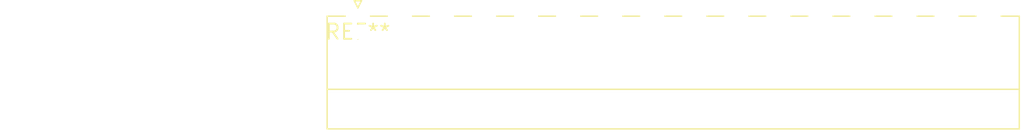
<source format=kicad_pcb>
(kicad_pcb (version 20240108) (generator pcbnew)
  (layers (0 "F.Cu" signal) (31 "B.Cu" signal) (34 "B.Paste" user) (35 "F.Paste" user) (36 "B.SilkS" user "B.Silkscreen") (37 "F.SilkS" user "F.Silkscreen") (38 "B.Mask" user) (39 "F.Mask" user) (44 "Edge.Cuts" user))
  (net 0 "")
  (footprint "PhoenixContact_MC_1,5_16-G-3.5_1x16_P3.50mm_Horizontal" (layer "F.Cu") (at 0 0)
    (property "Reference" "REF**")
    (property "Value" "PhoenixContact_MC_1,5_16-G-3.5_1x16_P3.50mm_Horizontal")
    (fp_line (start -2.56 -1.31) (end -2.56 8.11) (layer "F.SilkS") (stroke (width 0.12)))
    (fp_line (start -2.56 -1.31) (end -1.05 -1.31) (layer "F.SilkS") (stroke (width 0.12)))
    (fp_line (start -2.56 4.8) (end 55.06 4.8) (layer "F.SilkS") (stroke (width 0.12)))
    (fp_line (start -2.56 8.11) (end 55.06 8.11) (layer "F.SilkS") (stroke (width 0.12)))
    (fp_line (start -0.3 -2.6) (end 0.3 -2.6) (layer "F.SilkS") (stroke (width 0.12)))
    (fp_line (start 0 -2) (end -0.3 -2.6) (layer "F.SilkS") (stroke (width 0.12)))
    (fp_line (start 0.3 -2.6) (end 0 -2) (layer "F.SilkS") (stroke (width 0.12)))
    (fp_line (start 1.05 -1.31) (end 2.45 -1.31) (layer "F.SilkS") (stroke (width 0.12)))
    (fp_line (start 4.55 -1.31) (end 5.95 -1.31) (layer "F.SilkS") (stroke (width 0.12)))
    (fp_line (start 8.05 -1.31) (end 9.45 -1.31) (layer "F.SilkS") (stroke (width 0.12)))
    (fp_line (start 11.55 -1.31) (end 12.95 -1.31) (layer "F.SilkS") (stroke (width 0.12)))
    (fp_line (start 15.05 -1.31) (end 16.45 -1.31) (layer "F.SilkS") (stroke (width 0.12)))
    (fp_line (start 18.55 -1.31) (end 19.95 -1.31) (layer "F.SilkS") (stroke (width 0.12)))
    (fp_line (start 22.05 -1.31) (end 23.45 -1.31) (layer "F.SilkS") (stroke (width 0.12)))
    (fp_line (start 25.55 -1.31) (end 26.95 -1.31) (layer "F.SilkS") (stroke (width 0.12)))
    (fp_line (start 29.05 -1.31) (end 30.45 -1.31) (layer "F.SilkS") (stroke (width 0.12)))
    (fp_line (start 32.55 -1.31) (end 33.95 -1.31) (layer "F.SilkS") (stroke (width 0.12)))
    (fp_line (start 36.05 -1.31) (end 37.45 -1.31) (layer "F.SilkS") (stroke (width 0.12)))
    (fp_line (start 39.55 -1.31) (end 40.95 -1.31) (layer "F.SilkS") (stroke (width 0.12)))
    (fp_line (start 43.05 -1.31) (end 44.45 -1.31) (layer "F.SilkS") (stroke (width 0.12)))
    (fp_line (start 46.55 -1.31) (end 47.95 -1.31) (layer "F.SilkS") (stroke (width 0.12)))
    (fp_line (start 50.05 -1.31) (end 51.45 -1.31) (layer "F.SilkS") (stroke (width 0.12)))
    (fp_line (start 55.06 -1.31) (end 53.55 -1.31) (layer "F.SilkS") (stroke (width 0.12)))
    (fp_line (start 55.06 8.11) (end 55.06 -1.31) (layer "F.SilkS") (stroke (width 0.12)))
    (pad "1" thru_hole roundrect (at 0 0) (size 1.8 3.6) (drill 1.2) (layers *.Cu *.Mask) (remove_unused_layers) (roundrect_rratio 0.138889))
    (pad "2" thru_hole oval (at 3.5 0) (size 1.8 3.6) (drill 1.2) (layers *.Cu *.Mask) (remove_unused_layers))
    (pad "3" thru_hole oval (at 7 0) (size 1.8 3.6) (drill 1.2) (layers *.Cu *.Mask) (remove_unused_layers))
    (pad "4" thru_hole oval (at 10.5 0) (size 1.8 3.6) (drill 1.2) (layers *.Cu *.Mask) (remove_unused_layers))
    (pad "5" thru_hole oval (at 14 0) (size 1.8 3.6) (drill 1.2) (layers *.Cu *.Mask) (remove_unused_layers))
    (pad "6" thru_hole oval (at 17.5 0) (size 1.8 3.6) (drill 1.2) (layers *.Cu *.Mask) (remove_unused_layers))
    (pad "7" thru_hole oval (at 21 0) (size 1.8 3.6) (drill 1.2) (layers *.Cu *.Mask) (remove_unused_layers))
    (pad "8" thru_hole oval (at 24.5 0) (size 1.8 3.6) (drill 1.2) (layers *.Cu *.Mask) (remove_unused_layers))
    (pad "9" thru_hole oval (at 28 0) (size 1.8 3.6) (drill 1.2) (layers *.Cu *.Mask) (remove_unused_layers))
    (pad "10" thru_hole oval (at 31.5 0) (size 1.8 3.6) (drill 1.2) (layers *.Cu *.Mask) (remove_unused_layers))
    (pad "11" thru_hole oval (at 35 0) (size 1.8 3.6) (drill 1.2) (layers *.Cu *.Mask) (remove_unused_layers))
    (pad "12" thru_hole oval (at 38.5 0) (size 1.8 3.6) (drill 1.2) (layers *.Cu *.Mask) (remove_unused_layers))
    (pad "13" thru_hole oval (at 42 0) (size 1.8 3.6) (drill 1.2) (layers *.Cu *.Mask) (remove_unused_layers))
    (pad "14" thru_hole oval (at 45.5 0) (size 1.8 3.6) (drill 1.2) (layers *.Cu *.Mask) (remove_unused_layers))
    (pad "15" thru_hole oval (at 49 0) (size 1.8 3.6) (drill 1.2) (layers *.Cu *.Mask) (remove_unused_layers))
    (pad "16" thru_hole oval (at 52.5 0) (size 1.8 3.6) (drill 1.2) (layers *.Cu *.Mask) (remove_unused_layers))
  )
)
</source>
